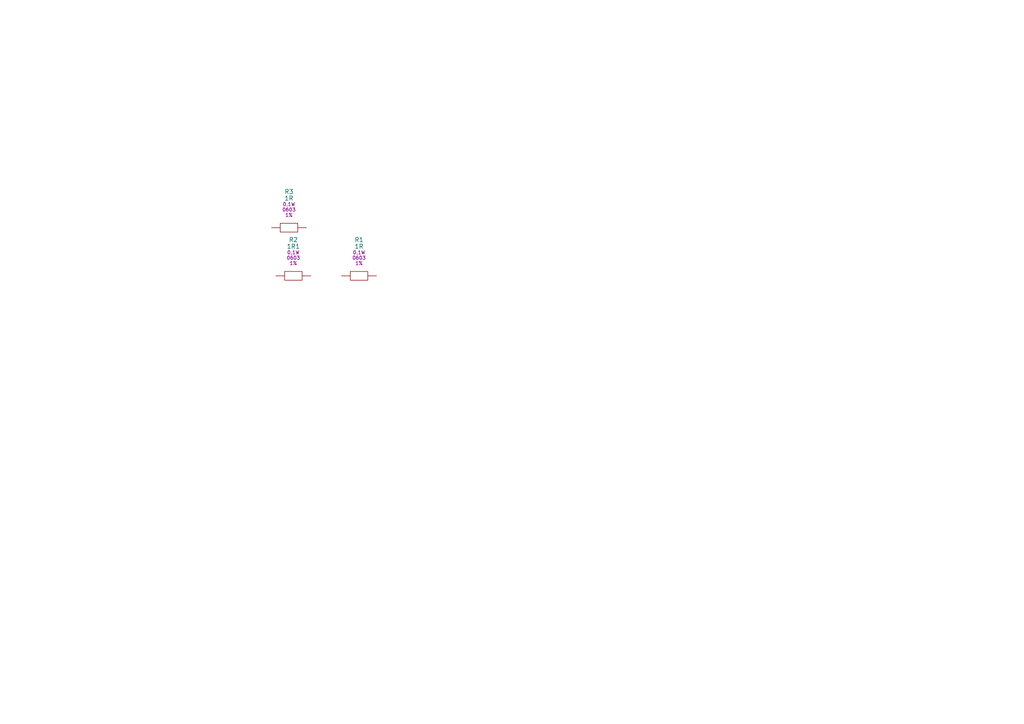
<source format=kicad_sch>
(kicad_sch (version 20230121) (generator eeschema)
  (paper "A4")
  (lib_symbols
    (symbol "R_0603:0R_0603" (pin_numbers hide) (pin_names (offset 0) hide)
      (property "Reference" "R" (at -3 8 0))
      (property "Value" "1R" (at -3 6 0))
      (property "Leistung" "0,1W" (at -3 3 0))
      (property "Gehäuse" "0603" (at -3 1.5 0))
      (property "Toleranz" "1%" (at -3 4.5 0))
      (symbol "0R_0603_0_0"
        (text "" (at -1.27 2.54 0) (effects (font (size 1.27 1.27))))
      )
      (symbol "0R_0603_0_1"
        (rectangle (start -2.54 1.27) (end 2.54 -1.27))
      )
      (symbol "0R_0603_1_1"
        (pin passive line (at 5.08 0 180) (length 2.54) (name "1") (number "1"))
        (pin passive line (at -5.08 0 0) (length 2.54) (name "2") (number "2"))
      )
    )
    (symbol "R_0603:1R1_0603" (pin_numbers hide) (pin_names (offset 0) hide)
      (property "Reference" "R" (at -3 8 0))
      (property "Value" "1R1" (at -3 6 0))
      (property "Leistung" "0,1W" (at -3 3 0))
      (property "Gehäuse" "0603" (at -3 1.5 0))
      (property "Toleranz" "1%" (at -3 4.5 0))
      (symbol "1R1_0603_0_0"
        (text "" (at -1.27 2.54 0) (effects (font (size 1.27 1.27))))
      )
      (symbol "1R1_0603_0_1"
        (rectangle (start -2.54 1.27) (end 2.54 -1.27))
      )
      (symbol "1R1_0603_1_1"
        (pin passive line (at 5.08 0 180) (length 2.54) (name "1") (number "1"))
        (pin passive line (at -5.08 0 0) (length 2.54) (name "2") (number "2"))
      )
    )
    (symbol "R_0603:1R_0603" (pin_numbers hide) (pin_names (offset 0) hide)
      (property "Reference" "R" (at -3 8 0))
      (property "Value" "1R" (at -3 6 0))
      (property "Leistung" "0,1W" (at -3 3 0))
      (property "Gehäuse" "0603" (at -3 1.5 0))
      (property "Toleranz" "1%" (at -3 4.5 0))
      (symbol "1R_0603_0_0"
        (text "" (at -1.27 2.54 0) (effects (font (size 1.27 1.27))))
      )
      (symbol "1R_0603_0_1"
        (rectangle (start -2.54 1.27) (end 2.54 -1.27))
      )
      (symbol "1R_0603_1_1"
        (pin passive line (at 5.08 0 180) (length 2.54) (name "1") (number "1"))
        (pin passive line (at -5.08 0 0) (length 2.54) (name "2") (number "2"))
      )
    )
  )
  (symbol (lib_id "R_0603:1R_0603") (at 83.82 66.04 0) (unit 1)
    (property "Reference" "R3" (at 83.82 55.584 0))
    (property "Value" "1R" (at 83.82 57.505 0))
    (property "Footprint" "Res:RES_0603_B" (effects hide))
    (property "Datasheet" "C:\\Users\\Michael\\Documents\\KiCad_Lib\\Datasheets\\R_0603.pdf" (effects hide))
    (property "Leistung" "0,1W" (at 83.82 59.2488 0) (effects (font (size 1 1))))
    (property "Herstellerteilenummer" "RC0603FR-071RL" (effects hide))
    (property "Gehäuse" "0603" (at 83.82 60.8154 0) (effects (font (size 1 1))))
    (property "Maximale Spannung[V]" "150" (effects hide))
    (property "Toleranz" "1%" (at 83.82 62.382 0) (effects (font (size 1 1))))
    (property "Maximale Betriebstemperatur[°C]" "155" (effects hide))
    (property "Minimale Betriebstemperatur[°C]" "-55" (effects hide))
    (property "Verpackung" "Gutabschnitt" (effects hide))
    (property "Lieferant" "Digikey" (effects hide))
    (property "Bestellnummer" "311-1.00HRCT-ND" (effects hide))
    (property "Technologie" "SMT" (effects hide))
    (property "Anzahl Pads" "2" (effects hide))
  )
  (symbol (lib_id "R_0603:0R_0603") (at 104.14 80.01 0) (unit 1)
    (property "Reference" "R1" (at 104.14 69.554 0))
    (property "Value" "1R" (at 104.14 71.475 0))
    (property "Footprint" "Res:RES_0603_B" (effects hide))
    (property "Datasheet" "C:\\Users\\Michael\\Documents\\KiCad_Lib\\Datasheets\\R_0603.pdf" (effects hide))
    (property "Leistung" "0,1W" (at 104.14 73.2188 0) (effects (font (size 1 1))))
    (property "Herstellerteilenummer" "RC0603FR-071RL" (effects hide))
    (property "Gehäuse" "0603" (at 104.14 74.7854 0) (effects (font (size 1 1))))
    (property "Maximale Spannung[V]" "150" (effects hide))
    (property "Toleranz" "1%" (at 104.14 76.352 0) (effects (font (size 1 1))))
    (property "Maximale Betriebstemperatur[°C]" "155" (effects hide))
    (property "Minimale Betriebstemperatur[°C]" "-55" (effects hide))
    (property "Verpackung" "Gutabschnitt" (effects hide))
    (property "Lieferant" "Digikey" (effects hide))
    (property "Bestellnummer" "311-1.00HRCT-ND" (effects hide))
    (property "Technologie" "SMT" (effects hide))
    (property "Anzahl Pads" "2" (effects hide))
  )
  (symbol (lib_id "R_0603:1R1_0603") (at 85.09 80.01 0) (unit 1)
    (property "Reference" "R2" (at 85.09 69.554 0))
    (property "Value" "1R1" (at 85.09 71.475 0))
    (property "Footprint" "Res:RES_0603_B" (effects hide))
    (property "Datasheet" "C:\\Users\\Michael\\Documents\\KiCad_Lib\\Datasheets\\R_0603.pdf" (effects hide))
    (property "Leistung" "0,1W" (at 85.09 73.2188 0) (effects (font (size 1 1))))
    (property "Herstellerteilenummer" "RC0603FR-071R1L" (effects hide))
    (property "Gehäuse" "0603" (at 85.09 74.7854 0) (effects (font (size 1 1))))
    (property "Maximale Spannung[V]" "150" (effects hide))
    (property "Toleranz" "1%" (at 85.09 76.352 0) (effects (font (size 1 1))))
    (property "Maximale Betriebstemperatur[°C]" "155" (effects hide))
    (property "Minimale Betriebstemperatur[°C]" "-55" (effects hide))
    (property "Verpackung" "Gutabschnitt" (effects hide))
    (property "Lieferant" "Digikey" (effects hide))
    (property "Bestellnummer" "13-RC0603FR-071R1LCT-ND" (effects hide))
    (property "Technologie" "SMT" (effects hide))
    (property "Anzahl Pads" "2" (effects hide))
  )
)
</source>
